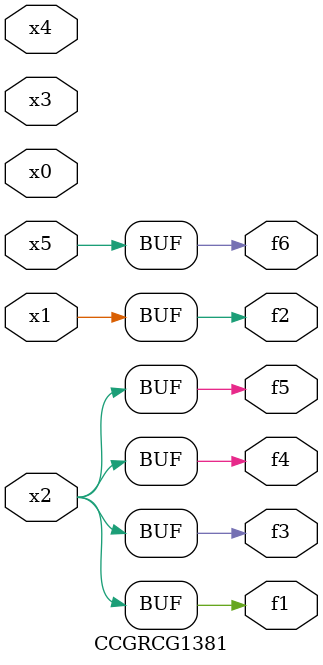
<source format=v>
module CCGRCG1381(
	input x0, x1, x2, x3, x4, x5,
	output f1, f2, f3, f4, f5, f6
);
	assign f1 = x2;
	assign f2 = x1;
	assign f3 = x2;
	assign f4 = x2;
	assign f5 = x2;
	assign f6 = x5;
endmodule

</source>
